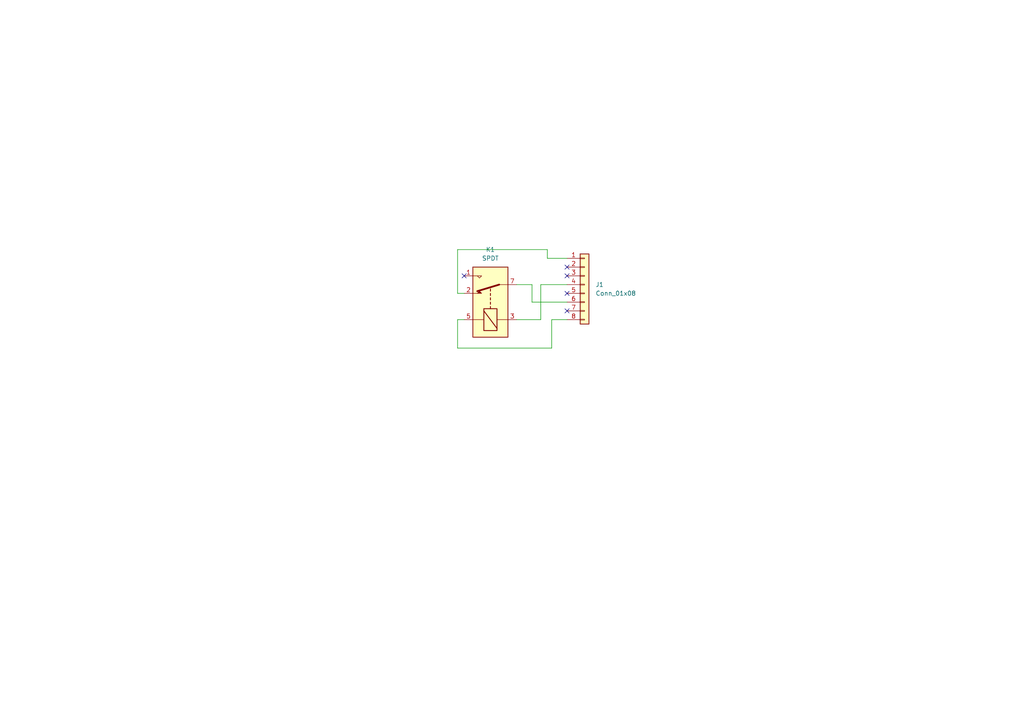
<source format=kicad_sch>
(kicad_sch (version 20230121) (generator eeschema)
  (paper "A4")
  (title_block (title "Discharge Relay Breakout PCB") (date "01/01/2022") (rev "1.0.2") (company "SUFST") (comment 1 "STAG 9") (comment 3 "Marek Frodyma"))
  (lib_symbols
    (symbol "Connector_Generic:Conn_01x08" (pin_names (offset 1.016) hide)
      (property "Reference" "J" (at 0 10.16 0))
      (property "Value" "Conn_01x08" (at 0 -12.7 0))
      (symbol "Conn_01x08_1_1"
        (rectangle (start -1.27 -10.033) (end 0 -10.287) (stroke (width 0.1524)))
        (rectangle (start -1.27 -7.493) (end 0 -7.747) (stroke (width 0.1524)))
        (rectangle (start -1.27 -4.953) (end 0 -5.207) (stroke (width 0.1524)))
        (rectangle (start -1.27 -2.413) (end 0 -2.667) (stroke (width 0.1524)))
        (rectangle (start -1.27 0.127) (end 0 -0.127) (stroke (width 0.1524)))
        (rectangle (start -1.27 2.667) (end 0 2.413) (stroke (width 0.1524)))
        (rectangle (start -1.27 5.207) (end 0 4.953) (stroke (width 0.1524)))
        (rectangle (start -1.27 7.747) (end 0 7.493) (stroke (width 0.1524)))
        (rectangle (start -1.27 8.89) (end 1.27 -11.43) (stroke (width 0.254)) (fill (type background)))
        (pin passive line (at -5.08 7.62 0) (length 3.81) (name "Pin_1") (number "1"))
        (pin passive line (at -5.08 5.08 0) (length 3.81) (name "Pin_2") (number "2"))
        (pin passive line (at -5.08 2.54 0) (length 3.81) (name "Pin_3") (number "3"))
        (pin passive line (at -5.08 0 0) (length 3.81) (name "Pin_4") (number "4"))
        (pin passive line (at -5.08 -2.54 0) (length 3.81) (name "Pin_5") (number "5"))
        (pin passive line (at -5.08 -5.08 0) (length 3.81) (name "Pin_6") (number "6"))
        (pin passive line (at -5.08 -7.62 0) (length 3.81) (name "Pin_7") (number "7"))
        (pin passive line (at -5.08 -10.16 0) (length 3.81) (name "Pin_8") (number "8"))
      )
    )
    (symbol "SUFST:SPDT"
      (property "Reference" "K" (at 11.43 3.81 0))
      (property "Value" "SPDT" (at 11.43 1.27 0))
      (symbol "SPDT_0_0"
        (polyline (pts (xy 2.54 5.08) (xy 2.54 2.54) (xy 3.175 3.175) (xy 2.54 3.81)) (fill (type outline)))
        (polyline (pts (xy 7.62 5.08) (xy 7.62 2.54) (xy 6.985 3.175) (xy 7.62 3.81)))
      )
      (symbol "SPDT_0_1"
        (rectangle (start -10.16 5.08) (end 10.16 -5.08) (stroke (width 0.254)) (fill (type background)))
        (rectangle (start -8.255 1.905) (end -1.905 -1.905) (stroke (width 0.254)))
        (polyline (pts (xy -7.62 -1.905) (xy -2.54 1.905)) (stroke (width 0.254)))
        (polyline (pts (xy -5.08 -5.08) (xy -5.08 -1.905)))
        (polyline (pts (xy -5.08 5.08) (xy -5.08 1.905)))
        (polyline (pts (xy -1.905 0) (xy -1.27 0)) (stroke (width 0.254)))
        (polyline (pts (xy -0.635 0) (xy 0 0)) (stroke (width 0.254)))
        (polyline (pts (xy 0.635 0) (xy 1.27 0)) (stroke (width 0.254)))
        (polyline (pts (xy 1.905 0) (xy 2.54 0)) (stroke (width 0.254)))
        (polyline (pts (xy 3.175 0) (xy 3.81 0)) (stroke (width 0.254)))
        (polyline (pts (xy 5.08 -2.54) (xy 3.175 3.81)) (stroke (width 0.508)))
        (polyline (pts (xy 5.08 -2.54) (xy 5.08 -5.08)))
      )
      (symbol "SPDT_1_1"
        (pin passive line (at 7.62 7.62 270) (length 2.54) (name "~") (number "1"))
        (pin passive line (at 2.54 7.62 270) (length 2.54) (name "~") (number "2"))
        (pin passive line (at -5.08 -7.62 90) (length 2.54) (name "~") (number "3"))
        (pin passive line (at -5.08 7.62 270) (length 2.54) (name "~") (number "5"))
        (pin passive line (at 5.08 -7.62 90) (length 2.54) (name "~") (number "7"))
      )
    )
  )
  (no_connect (at 134.62 80.01))
  (no_connect (at 164.465 77.47))
  (no_connect (at 164.465 80.01))
  (no_connect (at 164.465 85.09))
  (no_connect (at 164.465 90.17))
  (wire (pts (xy 160.02 92.71) (xy 160.02 100.965)))
  (wire (pts (xy 158.75 72.39) (xy 158.75 74.93)))
  (wire (pts (xy 149.86 82.55) (xy 154.305 82.55)))
  (wire (pts (xy 132.715 72.39) (xy 158.75 72.39)))
  (wire (pts (xy 134.62 92.71) (xy 132.715 92.71)))
  (wire (pts (xy 154.305 82.55) (xy 154.305 87.63)))
  (wire (pts (xy 158.75 74.93) (xy 164.465 74.93)))
  (wire (pts (xy 134.62 85.09) (xy 132.715 85.09)))
  (wire (pts (xy 132.715 92.71) (xy 132.715 100.965)))
  (wire (pts (xy 164.465 92.71) (xy 160.02 92.71)))
  (wire (pts (xy 132.715 100.965) (xy 160.02 100.965)))
  (wire (pts (xy 156.845 92.71) (xy 149.86 92.71)))
  (wire (pts (xy 156.845 82.55) (xy 156.845 92.71)))
  (wire (pts (xy 164.465 82.55) (xy 156.845 82.55)))
  (wire (pts (xy 132.715 85.09) (xy 132.715 72.39)))
  (wire (pts (xy 154.305 87.63) (xy 164.465 87.63)))
  (symbol (lib_id "Connector_Generic:Conn_01x08") (at 169.545 82.55 0) (unit 1)
    (property "Reference" "J1" (at 172.72 82.5499 0) (effects (justify left)))
    (property "Value" "Conn_01x08" (at 172.72 85.0899 0) (effects (justify left)))
    (property "Footprint" "SUFST:Molex_Micro-Fit_3.0_43045-0800_2x04_P3.00mm_Horizontal" (effects hide))
  )
  (symbol (lib_id "SUFST:SPDT") (at 142.24 87.63 90) (unit 1)
    (property "Reference" "K1" (at 142.24 72.39 90))
    (property "Value" "SPDT" (at 142.24 74.93 90))
    (property "Footprint" "SUFST:pickering-67-1-c" (effects hide))
    (property "Datasheet" "https://www.pickeringrelay.com/pdfs/67-68-high-voltage-reed-relays.pdf" (effects hide))
  )
)
</source>
